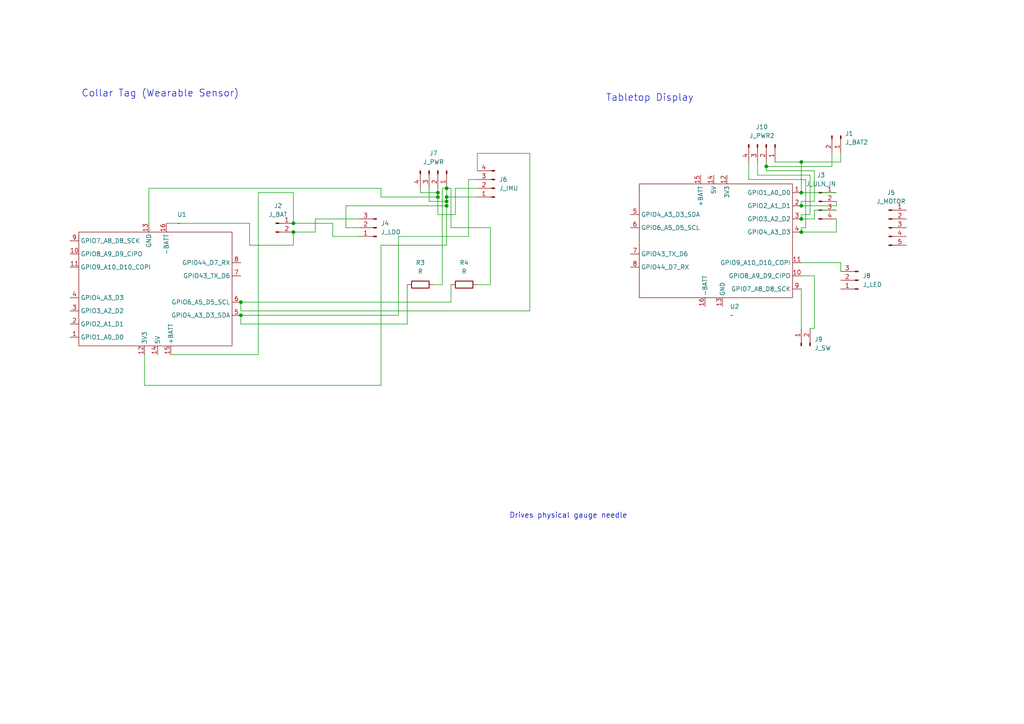
<source format=kicad_sch>
(kicad_sch (version 20250114) (generator "eeschema") (generator_version "9.0")
  (paper "A4")
  (title_block (title "Pet Activity & Proximity Tracker") (rev "v0.1(draft)") (company "TECHIN514"))
  (lib_symbols
    (symbol "Conn_01x02_Pin_1" (pin_names (offset 1.016) (hide yes))
      (property "Reference" "J1" (at 0.635 5.08 0))
      (property "Value" "J_BAT2" (at 0.635 2.54 0))
      (symbol "Conn_01x02_Pin_1_1_1"
        (rectangle (start 0.8636 0.127) (end 0 -0.127) (stroke (width 0.1524)) (fill (type outline)))
        (rectangle (start 0.8636 -2.413) (end 0 -2.667) (stroke (width 0.1524)) (fill (type outline)))
        (polyline (pts (xy 1.27 0) (xy 0.8636 0)) (stroke (width 0.1524)))
        (polyline (pts (xy 1.27 -2.54) (xy 0.8636 -2.54)) (stroke (width 0.1524)))
        (pin passive line (at 5.08 0 180) (length 3.81) (name "VBAT_5V") (number "1"))
        (pin passive line (at 5.08 -2.54 180) (length 3.81) (name "GND") (number "2"))
      )
    )
    (symbol "Conn_01x02_Pin_2" (pin_names (offset 1.016) (hide yes))
      (property "Reference" "J9" (at 0.635 5.08 0))
      (property "Value" "J_SW" (at 0.635 2.54 0))
      (symbol "Conn_01x02_Pin_2_1_1"
        (rectangle (start 0.8636 0.127) (end 0 -0.127) (stroke (width 0.1524)) (fill (type outline)))
        (rectangle (start 0.8636 -2.413) (end 0 -2.667) (stroke (width 0.1524)) (fill (type outline)))
        (polyline (pts (xy 1.27 0) (xy 0.8636 0)) (stroke (width 0.1524)))
        (polyline (pts (xy 1.27 -2.54) (xy 0.8636 -2.54)) (stroke (width 0.1524)))
        (pin passive line (at 5.08 0 180) (length 3.81) (name "BTN") (number "1"))
        (pin passive line (at 5.08 -2.54 180) (length 3.81) (name "Pin_2") (number "2"))
      )
    )
    (symbol "Conn_01x03_Pin_1" (pin_names (offset 1.016) (hide yes))
      (property "Reference" "J8" (at 0.635 7.62 0))
      (property "Value" "J_LED" (at 0.635 5.08 0))
      (symbol "Conn_01x03_Pin_1_1_1"
        (rectangle (start 0.8636 2.667) (end 0 2.413) (stroke (width 0.1524)) (fill (type outline)))
        (rectangle (start 0.8636 0.127) (end 0 -0.127) (stroke (width 0.1524)) (fill (type outline)))
        (rectangle (start 0.8636 -2.413) (end 0 -2.667) (stroke (width 0.1524)) (fill (type outline)))
        (polyline (pts (xy 1.27 2.54) (xy 0.8636 2.54)) (stroke (width 0.1524)))
        (polyline (pts (xy 1.27 0) (xy 0.8636 0)) (stroke (width 0.1524)))
        (polyline (pts (xy 1.27 -2.54) (xy 0.8636 -2.54)) (stroke (width 0.1524)))
        (pin passive line (at 5.08 2.54 180) (length 3.81) (name "V_LED") (number "1"))
        (pin passive line (at 5.08 0 180) (length 3.81) (name "GND") (number "2"))
        (pin passive line (at 5.08 -2.54 180) (length 3.81) (name "LED_DIN") (number "3"))
      )
    )
    (symbol "Conn_01x04_Pin_1" (pin_names (offset 1.016) (hide yes))
      (property "Reference" "J6" (at -1.27 -2.5401 0))
      (property "Value" "Conn_01x04_Pin" (at -1.27 -0.0001 0))
      (symbol "Conn_01x04_Pin_1_1_1"
        (rectangle (start 0.8636 2.667) (end 0 2.413) (stroke (width 0.1524)) (fill (type outline)))
        (rectangle (start 0.8636 0.127) (end 0 -0.127) (stroke (width 0.1524)) (fill (type outline)))
        (rectangle (start 0.8636 -2.413) (end 0 -2.667) (stroke (width 0.1524)) (fill (type outline)))
        (rectangle (start 0.8636 -4.953) (end 0 -5.207) (stroke (width 0.1524)) (fill (type outline)))
        (polyline (pts (xy 1.27 2.54) (xy 0.8636 2.54)) (stroke (width 0.1524)))
        (polyline (pts (xy 1.27 0) (xy 0.8636 0)) (stroke (width 0.1524)))
        (polyline (pts (xy 1.27 -2.54) (xy 0.8636 -2.54)) (stroke (width 0.1524)))
        (polyline (pts (xy 1.27 -5.08) (xy 0.8636 -5.08)) (stroke (width 0.1524)))
        (pin passive line (at 5.08 2.54 180) (length 3.81) (name "3V3") (number "1"))
        (pin passive line (at 5.08 0 180) (length 3.81) (name "GND") (number "2"))
        (pin passive line (at 5.08 -2.54 180) (length 3.81) (name "SDA") (number "3"))
        (pin passive line (at 5.08 -5.08 180) (length 3.81) (name "SCL") (number "4"))
      )
    )
    (symbol "Conn_01x04_Pin_2" (pin_names (offset 1.016) (hide yes))
      (property "Reference" "J7" (at -5.08 -1.27 90))
      (property "Value" "J_PWR" (at -2.54 -1.27 90))
      (symbol "Conn_01x04_Pin_2_1_1"
        (rectangle (start 0.8636 2.667) (end 0 2.413) (stroke (width 0.1524)) (fill (type outline)))
        (rectangle (start 0.8636 0.127) (end 0 -0.127) (stroke (width 0.1524)) (fill (type outline)))
        (rectangle (start 0.8636 -2.413) (end 0 -2.667) (stroke (width 0.1524)) (fill (type outline)))
        (rectangle (start 0.8636 -4.953) (end 0 -5.207) (stroke (width 0.1524)) (fill (type outline)))
        (polyline (pts (xy 1.27 2.54) (xy 0.8636 2.54)) (stroke (width 0.1524)))
        (polyline (pts (xy 1.27 0) (xy 0.8636 0)) (stroke (width 0.1524)))
        (polyline (pts (xy 1.27 -2.54) (xy 0.8636 -2.54)) (stroke (width 0.1524)))
        (polyline (pts (xy 1.27 -5.08) (xy 0.8636 -5.08)) (stroke (width 0.1524)))
        (pin passive line (at 5.08 2.54 180) (length 3.81) (name "3V3") (number "1"))
        (pin passive line (at 5.08 0 180) (length 3.81) (name "GND") (number "2"))
        (pin passive line (at 5.08 -2.54 180) (length 3.81) (name "3V3") (number "3"))
        (pin passive line (at 5.08 -5.08 180) (length 3.81) (name "GND") (number "4"))
      )
    )
    (symbol "Conn_01x04_Pin_3" (pin_names (offset 1.016) (hide yes))
      (property "Reference" "J10" (at 0.635 7.62 0))
      (property "Value" "J_PWR2" (at 0.635 5.08 0))
      (symbol "Conn_01x04_Pin_3_1_1"
        (rectangle (start 0.8636 2.667) (end 0 2.413) (stroke (width 0.1524)) (fill (type outline)))
        (rectangle (start 0.8636 0.127) (end 0 -0.127) (stroke (width 0.1524)) (fill (type outline)))
        (rectangle (start 0.8636 -2.413) (end 0 -2.667) (stroke (width 0.1524)) (fill (type outline)))
        (rectangle (start 0.8636 -4.953) (end 0 -5.207) (stroke (width 0.1524)) (fill (type outline)))
        (polyline (pts (xy 1.27 2.54) (xy 0.8636 2.54)) (stroke (width 0.1524)))
        (polyline (pts (xy 1.27 0) (xy 0.8636 0)) (stroke (width 0.1524)))
        (polyline (pts (xy 1.27 -2.54) (xy 0.8636 -2.54)) (stroke (width 0.1524)))
        (polyline (pts (xy 1.27 -5.08) (xy 0.8636 -5.08)) (stroke (width 0.1524)))
        (pin passive line (at 5.08 2.54 180) (length 3.81) (name "3V3") (number "1"))
        (pin passive line (at 5.08 0 180) (length 3.81) (name "GND") (number "2"))
        (pin passive line (at 5.08 -2.54 180) (length 3.81) (name "3V3") (number "3"))
        (pin passive line (at 5.08 -5.08 180) (length 3.81) (name "GND") (number "4"))
      )
    )
    (symbol "Connector:Conn_01x02_Pin" (pin_names (offset 1.016) (hide yes))
      (property "Reference" "J2" (at 0.635 5.08 0))
      (property "Value" "J_BAT" (at 0.635 2.54 0))
      (symbol "Conn_01x02_Pin_1_1"
        (rectangle (start 0.8636 0.127) (end 0 -0.127) (stroke (width 0.1524)) (fill (type outline)))
        (rectangle (start 0.8636 -2.413) (end 0 -2.667) (stroke (width 0.1524)) (fill (type outline)))
        (polyline (pts (xy 1.27 0) (xy 0.8636 0)) (stroke (width 0.1524)))
        (polyline (pts (xy 1.27 -2.54) (xy 0.8636 -2.54)) (stroke (width 0.1524)))
        (pin passive line (at 5.08 0 180) (length 3.81) (name "VBAT") (number "1"))
        (pin passive line (at 5.08 -2.54 180) (length 3.81) (name "GND") (number "2"))
      )
    )
    (symbol "Connector:Conn_01x03_Pin" (pin_names (offset 1.016) (hide yes))
      (property "Reference" "J4" (at -1.27 -1.2701 0))
      (property "Value" "J_LDO" (at -1.27 1.2699 0))
      (symbol "Conn_01x03_Pin_1_1"
        (rectangle (start 0.8636 2.667) (end 0 2.413) (stroke (width 0.1524)) (fill (type outline)))
        (rectangle (start 0.8636 0.127) (end 0 -0.127) (stroke (width 0.1524)) (fill (type outline)))
        (rectangle (start 0.8636 -2.413) (end 0 -2.667) (stroke (width 0.1524)) (fill (type outline)))
        (polyline (pts (xy 1.27 2.54) (xy 0.8636 2.54)) (stroke (width 0.1524)))
        (polyline (pts (xy 1.27 0) (xy 0.8636 0)) (stroke (width 0.1524)))
        (polyline (pts (xy 1.27 -2.54) (xy 0.8636 -2.54)) (stroke (width 0.1524)))
        (pin passive line (at 5.08 2.54 180) (length 3.81) (name "VBAT") (number "1"))
        (pin passive line (at 5.08 0 180) (length 3.81) (name "3V3") (number "2"))
        (pin passive line (at 5.08 -2.54 180) (length 3.81) (name "GND") (number "3"))
      )
    )
    (symbol "Connector:Conn_01x04_Pin" (pin_names (offset 1.016) (hide yes))
      (property "Reference" "J3" (at 0.635 7.62 0))
      (property "Value" "J_ULN_IN" (at 0.635 5.08 0))
      (symbol "Conn_01x04_Pin_1_1"
        (rectangle (start 0.8636 2.667) (end 0 2.413) (stroke (width 0.1524)) (fill (type outline)))
        (rectangle (start 0.8636 0.127) (end 0 -0.127) (stroke (width 0.1524)) (fill (type outline)))
        (rectangle (start 0.8636 -2.413) (end 0 -2.667) (stroke (width 0.1524)) (fill (type outline)))
        (rectangle (start 0.8636 -4.953) (end 0 -5.207) (stroke (width 0.1524)) (fill (type outline)))
        (polyline (pts (xy 1.27 2.54) (xy 0.8636 2.54)) (stroke (width 0.1524)))
        (polyline (pts (xy 1.27 0) (xy 0.8636 0)) (stroke (width 0.1524)))
        (polyline (pts (xy 1.27 -2.54) (xy 0.8636 -2.54)) (stroke (width 0.1524)))
        (polyline (pts (xy 1.27 -5.08) (xy 0.8636 -5.08)) (stroke (width 0.1524)))
        (pin passive line (at 5.08 2.54 180) (length 3.81) (name "MOTOR_IN1") (number "1"))
        (pin passive line (at 5.08 0 180) (length 3.81) (name "MOTOR_IN2") (number "2"))
        (pin passive line (at 5.08 -2.54 180) (length 3.81) (name "MOTOR_IN3") (number "3"))
        (pin passive line (at 5.08 -5.08 180) (length 3.81) (name "Pin_4") (number "4"))
      )
    )
    (symbol "Connector:Conn_01x05_Pin" (pin_names (offset 1.016) (hide yes))
      (property "Reference" "J5" (at 0.635 10.16 0))
      (property "Value" "J_MOTOR" (at 0.635 7.62 0))
      (symbol "Conn_01x05_Pin_1_1"
        (rectangle (start 0.8636 5.207) (end 0 4.953) (stroke (width 0.1524)) (fill (type outline)))
        (rectangle (start 0.8636 2.667) (end 0 2.413) (stroke (width 0.1524)) (fill (type outline)))
        (rectangle (start 0.8636 0.127) (end 0 -0.127) (stroke (width 0.1524)) (fill (type outline)))
        (rectangle (start 0.8636 -2.413) (end 0 -2.667) (stroke (width 0.1524)) (fill (type outline)))
        (rectangle (start 0.8636 -4.953) (end 0 -5.207) (stroke (width 0.1524)) (fill (type outline)))
        (polyline (pts (xy 1.27 5.08) (xy 0.8636 5.08)) (stroke (width 0.1524)))
        (polyline (pts (xy 1.27 2.54) (xy 0.8636 2.54)) (stroke (width 0.1524)))
        (polyline (pts (xy 1.27 0) (xy 0.8636 0)) (stroke (width 0.1524)))
        (polyline (pts (xy 1.27 -2.54) (xy 0.8636 -2.54)) (stroke (width 0.1524)))
        (polyline (pts (xy 1.27 -5.08) (xy 0.8636 -5.08)) (stroke (width 0.1524)))
        (pin passive line (at 5.08 5.08 180) (length 3.81) (name "COIL_A") (number "1"))
        (pin passive line (at 5.08 2.54 180) (length 3.81) (name "COIL_B") (number "2"))
        (pin passive line (at 5.08 0 180) (length 3.81) (name "COIL_C") (number "3"))
        (pin passive line (at 5.08 -2.54 180) (length 3.81) (name "COIL_D") (number "4"))
        (pin passive line (at 5.08 -5.08 180) (length 3.81) (name "V_MOTOR") (number "5"))
      )
    )
    (symbol "Device:R" (pin_numbers (hide yes)) (pin_names (offset 0))
      (property "Reference" "R" (at 2.032 0 90))
      (property "Value" "R" (at 0 0 90))
      (symbol "R_0_1"
        (rectangle (start -1.016 -2.54) (end 1.016 2.54) (stroke (width 0.254)))
      )
      (symbol "R_1_1"
        (pin passive line (at 0 3.81 270) (length 1.27) (name "~") (number "1"))
        (pin passive line (at 0 -3.81 90) (length 1.27) (name "~") (number "2"))
      )
    )
    (symbol "GIX_ESP32:XIAO_ESP32"
      (property "Reference" "U" (at -19.812 18.288 0))
      (symbol "XIAO_ESP32_0_1"
        (polyline (pts (xy -21.59 16.51) (xy -21.59 -16.51) (xy 22.86 -16.51) (xy 22.86 16.51) (xy -21.59 16.51)))
      )
      (symbol "XIAO_ESP32_1_1"
        (pin bidirectional line (at -24.13 7.62 0) (length 2.54) (name "GPIO4_A3_D3_SDA") (number "5"))
        (pin bidirectional line (at -24.13 3.81 0) (length 2.54) (name "GPIO6_A5_D5_SCL") (number "6"))
        (pin bidirectional line (at -24.13 -3.81 0) (length 2.54) (name "GPIO43_TX_D6") (number "7"))
        (pin bidirectional line (at -24.13 -7.62 0) (length 2.54) (name "GPIO44_D7_RX") (number "8"))
        (pin bidirectional line (at -3.81 19.05 270) (length 2.54) (name "+BATT") (number "15"))
        (pin bidirectional line (at -2.54 -19.05 90) (length 2.54) (name "-BATT") (number "16"))
        (pin bidirectional line (at 0 19.05 270) (length 2.54) (name "5V") (number "14"))
        (pin bidirectional line (at 2.54 -19.05 90) (length 2.54) (name "GND") (number "13"))
        (pin bidirectional line (at 3.81 19.05 270) (length 2.54) (name "3V3") (number "12"))
        (pin bidirectional line (at 25.4 13.97 180) (length 2.54) (name "GPIO1_A0_D0") (number "1"))
        (pin bidirectional line (at 25.4 10.16 180) (length 2.54) (name "GPIO2_A1_D1") (number "2"))
        (pin bidirectional line (at 25.4 6.35 180) (length 2.54) (name "GPIO3_A2_D2") (number "3"))
        (pin bidirectional line (at 25.4 2.54 180) (length 2.54) (name "GPIO4_A3_D3") (number "4"))
        (pin bidirectional line (at 25.4 -6.35 180) (length 2.54) (name "GPIO9_A10_D10_COPI") (number "11"))
        (pin bidirectional line (at 25.4 -10.16 180) (length 2.54) (name "GPIO8_A9_D9_CIPO") (number "10"))
        (pin bidirectional line (at 25.4 -13.97 180) (length 2.54) (name "GPIO7_A8_D8_SCK") (number "9"))
      )
    )
  )
  (text "Tabletop Display" (at 188.468 28.448 0) (effects (font (size 2.032 2.032))))
  (text "Collar Tag (Wearable Sensor)" (at 46.482 27.178 0) (effects (font (size 2.032 2.032))))
  (text "Drives physical gauge needle" (at 164.846 149.606 0) (effects (font (size 1.524 1.524))))
  (junction (at 69.85 87.63))
  (junction (at 85.09 64.77))
  (junction (at 127 57.15))
  (junction (at 69.85 91.44))
  (junction (at 129.54 57.15))
  (junction (at 222.25 48.26))
  (junction (at 232.41 55.88))
  (junction (at 232.41 59.69))
  (junction (at 129.54 59.69))
  (junction (at 129.54 54.61))
  (junction (at 127 55.88))
  (junction (at 232.41 67.31))
  (junction (at 85.09 67.31))
  (junction (at 232.41 46.99))
  (junction (at 232.41 63.5))
  (junction (at 129.54 58.42))
  (wire (pts (xy 222.25 46.99) (xy 222.25 48.26)))
  (wire (pts (xy 242.57 67.31) (xy 242.57 63.5)))
  (wire (pts (xy 232.41 46.99) (xy 243.84 46.99)))
  (wire (pts (xy 129.54 58.42) (xy 124.46 58.42)))
  (wire (pts (xy 130.81 87.63) (xy 130.81 82.55)))
  (wire (pts (xy 138.43 44.45) (xy 138.43 49.53)))
  (wire (pts (xy 118.11 93.98) (xy 118.11 82.55)))
  (wire (pts (xy 130.81 54.61) (xy 129.54 54.61)))
  (wire (pts (xy 129.54 57.15) (xy 129.54 58.42)))
  (wire (pts (xy 130.81 66.04) (xy 130.81 54.61)))
  (wire (pts (xy 72.39 71.12) (xy 85.09 71.12)))
  (wire (pts (xy 232.41 76.2) (xy 243.84 76.2)))
  (wire (pts (xy 142.24 82.55) (xy 142.24 66.04)))
  (wire (pts (xy 72.39 64.77) (xy 72.39 71.12)))
  (wire (pts (xy 232.41 46.99) (xy 232.41 55.88)))
  (wire (pts (xy 121.92 55.88) (xy 121.92 54.61)))
  (wire (pts (xy 43.18 64.77) (xy 43.18 54.61)))
  (wire (pts (xy 236.22 49.53) (xy 236.22 58.42)))
  (wire (pts (xy 236.22 95.25) (xy 234.95 95.25)))
  (wire (pts (xy 232.41 62.23) (xy 232.41 63.5)))
  (wire (pts (xy 69.85 87.63) (xy 69.85 90.17)))
  (wire (pts (xy 234.95 62.23) (xy 232.41 62.23)))
  (wire (pts (xy 232.41 58.42) (xy 232.41 59.69)))
  (wire (pts (xy 224.79 46.99) (xy 232.41 46.99)))
  (wire (pts (xy 236.22 63.5) (xy 236.22 60.96)))
  (wire (pts (xy 232.41 80.01) (xy 236.22 80.01)))
  (wire (pts (xy 41.91 111.76) (xy 110.49 111.76)))
  (wire (pts (xy 127 57.15) (xy 127 62.23)))
  (wire (pts (xy 115.57 68.58) (xy 135.89 68.58)))
  (wire (pts (xy 49.53 102.87) (xy 74.93 102.87)))
  (wire (pts (xy 153.67 44.45) (xy 138.43 44.45)))
  (wire (pts (xy 110.49 111.76) (xy 110.49 71.12)))
  (wire (pts (xy 100.33 66.04) (xy 100.33 59.69)))
  (wire (pts (xy 127 55.88) (xy 121.92 55.88)))
  (wire (pts (xy 110.49 71.12) (xy 129.54 71.12)))
  (wire (pts (xy 236.22 58.42) (xy 232.41 58.42)))
  (wire (pts (xy 125.73 82.55) (xy 128.27 82.55)))
  (wire (pts (xy 233.68 66.04) (xy 232.41 66.04)))
  (wire (pts (xy 242.57 59.69) (xy 242.57 58.42)))
  (wire (pts (xy 138.43 82.55) (xy 142.24 82.55)))
  (wire (pts (xy 243.84 76.2) (xy 243.84 78.74)))
  (wire (pts (xy 232.41 59.69) (xy 242.57 59.69)))
  (wire (pts (xy 85.09 55.88) (xy 85.09 64.77)))
  (wire (pts (xy 222.25 48.26) (xy 241.3 48.26)))
  (wire (pts (xy 132.08 62.23) (xy 127 62.23)))
  (wire (pts (xy 128.27 54.61) (xy 129.54 54.61)))
  (wire (pts (xy 232.41 55.88) (xy 242.57 55.88)))
  (wire (pts (xy 135.89 52.07) (xy 138.43 52.07)))
  (wire (pts (xy 232.41 83.82) (xy 232.41 95.25)))
  (wire (pts (xy 69.85 91.44) (xy 115.57 91.44)))
  (wire (pts (xy 96.52 64.77) (xy 96.52 68.58)))
  (wire (pts (xy 236.22 80.01) (xy 236.22 95.25)))
  (wire (pts (xy 129.54 59.69) (xy 129.54 71.12)))
  (wire (pts (xy 135.89 68.58) (xy 135.89 52.07)))
  (wire (pts (xy 110.49 54.61) (xy 110.49 57.15)))
  (wire (pts (xy 74.93 102.87) (xy 74.93 55.88)))
  (wire (pts (xy 124.46 58.42) (xy 124.46 54.61)))
  (wire (pts (xy 85.09 64.77) (xy 96.52 64.77)))
  (wire (pts (xy 142.24 66.04) (xy 130.81 66.04)))
  (wire (pts (xy 132.08 54.61) (xy 132.08 62.23)))
  (wire (pts (xy 69.85 93.98) (xy 69.85 91.44)))
  (wire (pts (xy 243.84 46.99) (xy 243.84 44.45)))
  (wire (pts (xy 85.09 67.31) (xy 85.09 71.12)))
  (wire (pts (xy 104.14 66.04) (xy 100.33 66.04)))
  (wire (pts (xy 74.93 55.88) (xy 85.09 55.88)))
  (wire (pts (xy 100.33 59.69) (xy 129.54 59.69)))
  (wire (pts (xy 219.71 50.8) (xy 234.95 50.8)))
  (wire (pts (xy 236.22 60.96) (xy 242.57 60.96)))
  (wire (pts (xy 234.95 50.8) (xy 234.95 62.23)))
  (wire (pts (xy 41.91 102.87) (xy 41.91 111.76)))
  (wire (pts (xy 241.3 48.26) (xy 241.3 44.45)))
  (wire (pts (xy 96.52 68.58) (xy 104.14 68.58)))
  (wire (pts (xy 110.49 57.15) (xy 127 57.15)))
  (wire (pts (xy 138.43 54.61) (xy 132.08 54.61)))
  (wire (pts (xy 222.25 48.26) (xy 222.25 49.53)))
  (wire (pts (xy 69.85 93.98) (xy 118.11 93.98)))
  (wire (pts (xy 48.26 64.77) (xy 72.39 64.77)))
  (wire (pts (xy 69.85 87.63) (xy 130.81 87.63)))
  (wire (pts (xy 232.41 66.04) (xy 232.41 67.31)))
  (wire (pts (xy 222.25 49.53) (xy 236.22 49.53)))
  (wire (pts (xy 43.18 54.61) (xy 110.49 54.61)))
  (wire (pts (xy 129.54 54.61) (xy 129.54 57.15)))
  (wire (pts (xy 85.09 67.31) (xy 91.44 67.31)))
  (wire (pts (xy 69.85 90.17) (xy 153.67 90.17)))
  (wire (pts (xy 219.71 46.99) (xy 219.71 50.8)))
  (wire (pts (xy 232.41 63.5) (xy 236.22 63.5)))
  (wire (pts (xy 217.17 46.99) (xy 217.17 52.07)))
  (wire (pts (xy 128.27 82.55) (xy 128.27 54.61)))
  (wire (pts (xy 129.54 58.42) (xy 129.54 59.69)))
  (wire (pts (xy 127 55.88) (xy 127 57.15)))
  (wire (pts (xy 232.41 67.31) (xy 242.57 67.31)))
  (wire (pts (xy 233.68 52.07) (xy 233.68 66.04)))
  (wire (pts (xy 91.44 67.31) (xy 91.44 63.5)))
  (wire (pts (xy 153.67 90.17) (xy 153.67 44.45)))
  (wire (pts (xy 91.44 63.5) (xy 104.14 63.5)))
  (wire (pts (xy 138.43 57.15) (xy 129.54 57.15)))
  (wire (pts (xy 217.17 52.07) (xy 233.68 52.07)))
  (wire (pts (xy 115.57 91.44) (xy 115.57 68.58)))
  (wire (pts (xy 127 55.88) (xy 127 54.61)))
  (symbol (lib_name "Conn_01x04_Pin_3") (lib_id "Connector:Conn_01x04_Pin") (at 222.25 41.91 270) (unit 1)
    (property "Reference" "J10" (at 220.98 36.83 90))
    (property "Value" "J_PWR2" (at 220.98 39.37 90))
    (property "Footprint" "Connector_PinHeader_2.54mm:PinHeader_1x04_P2.54mm_Vertical" (effects (hide yes)))
    (property "Description" "Generic connector, single row, 01x04, script generated" (effects (hide yes)))
  )
  (symbol (lib_name "Conn_01x03_Pin_1") (lib_id "Connector:Conn_01x03_Pin") (at 248.92 81.28 180) (unit 1)
    (property "Reference" "J8" (at 250.19 80.0099 0) (effects (justify right)))
    (property "Value" "J_LED" (at 250.19 82.5499 0) (effects (justify right)))
    (property "Footprint" "Connector_PinHeader_2.54mm:PinHeader_1x03_P2.54mm_Vertical" (effects (hide yes)))
    (property "Description" "Generic connector, single row, 01x03, script generated" (effects (hide yes)))
  )
  (symbol (lib_id "Connector:Conn_01x05_Pin") (at 257.81 66.04 0) (unit 1)
    (property "Reference" "J5" (at 258.445 55.88 0))
    (property "Value" "J_MOTOR" (at 258.445 58.42 0))
    (property "Footprint" "Connector_PinHeader_2.54mm:PinHeader_1x05_P2.54mm_Vertical" (effects (hide yes)))
    (property "Description" "Generic connector, single row, 01x05, script generated" (effects (hide yes)))
  )
  (symbol (lib_name "Conn_01x04_Pin_1") (lib_id "Connector:Conn_01x04_Pin") (at 143.51 54.61 180) (unit 1)
    (property "Reference" "J6" (at 144.78 52.0699 0) (effects (justify right)))
    (property "Value" "J_IMU" (at 144.78 54.6099 0) (effects (justify right)))
    (property "Footprint" "Connector_PinHeader_2.54mm:PinHeader_1x04_P2.54mm_Vertical" (effects (hide yes)))
    (property "Description" "Generic connector, single row, 01x04, script generated" (effects (hide yes)))
  )
  (symbol (lib_id "Connector:Conn_01x04_Pin") (at 237.49 58.42 0) (unit 1)
    (property "Reference" "J3" (at 238.125 50.8 0))
    (property "Value" "J_ULN_IN" (at 238.125 53.34 0))
    (property "Footprint" "Connector_PinHeader_2.54mm:PinHeader_1x04_P2.54mm_Vertical" (effects (hide yes)))
    (property "Description" "Generic connector, single row, 01x04, script generated" (effects (hide yes)))
  )
  (symbol (lib_id "GIX_ESP32:XIAO_ESP32") (at 207.01 69.85 0) (unit 1)
    (property "Reference" "U2" (at 211.6933 88.9 0) (effects (justify left)))
    (property "Value" "~" (at 211.6933 91.44 0) (effects (justify left)))
    (property "Footprint" "ESP32footprint:XIAO_ESP32" (effects (hide yes)))
  )
  (symbol (lib_name "Conn_01x02_Pin_2") (lib_id "Connector:Conn_01x02_Pin") (at 232.41 100.33 90) (unit 1)
    (property "Reference" "J9" (at 236.22 98.4249 90) (effects (justify right)))
    (property "Value" "J_SW" (at 236.22 100.9649 90) (effects (justify right)))
    (property "Footprint" "Connector_PinHeader_2.54mm:PinHeader_1x02_P2.54mm_Vertical" (effects (hide yes)))
    (property "Description" "Generic connector, single row, 01x02, script generated" (effects (hide yes)))
  )
  (symbol (lib_name "Conn_01x04_Pin_2") (lib_id "Connector:Conn_01x04_Pin") (at 127 49.53 270) (unit 1)
    (property "Reference" "J7" (at 125.73 44.45 90))
    (property "Value" "J_PWR" (at 125.73 46.99 90))
    (property "Footprint" "Connector_PinHeader_2.54mm:PinHeader_1x02_P2.54mm_Vertical" (effects (hide yes)))
    (property "Description" "Generic connector, single row, 01x04, script generated" (effects (hide yes)))
  )
  (symbol (lib_id "GIX_ESP32:XIAO_ESP32") (at 45.72 83.82 180) (unit 1)
    (property "Reference" "U1" (at 51.3781 62.23 0) (effects (justify right)))
    (property "Value" "~" (at 51.3781 64.77 0) (effects (justify right)))
    (property "Footprint" "ESP32footprint:XIAO_ESP32" (effects (hide yes)))
  )
  (symbol (lib_name "Conn_01x02_Pin_1") (lib_id "Connector:Conn_01x02_Pin") (at 243.84 39.37 270) (unit 1)
    (property "Reference" "J1" (at 245.11 38.7349 90) (effects (justify left)))
    (property "Value" "J_BAT2" (at 245.11 41.2749 90) (effects (justify left)))
    (property "Footprint" "Connector_PinHeader_2.54mm:PinHeader_1x02_P2.54mm_Vertical" (effects (hide yes)))
    (property "Description" "Generic connector, single row, 01x02, script generated" (effects (hide yes)))
  )
  (symbol (lib_id "Device:R") (at 134.62 82.55 90) (unit 1)
    (property "Reference" "R4" (at 134.62 76.2 90))
    (property "Value" "R" (at 134.62 78.74 90))
    (property "Footprint" "Resistor_THT:R_Axial_DIN0207_L6.3mm_D2.5mm_P7.62mm_Horizontal" (effects (hide yes)))
    (property "Description" "Resistor" (effects (hide yes)))
  )
  (symbol (lib_id "Device:R") (at 121.92 82.55 90) (unit 1)
    (property "Reference" "R3" (at 121.92 76.2 90))
    (property "Value" "R" (at 121.92 78.74 90))
    (property "Footprint" "Resistor_THT:R_Axial_DIN0207_L6.3mm_D2.5mm_P7.62mm_Horizontal" (effects (hide yes)))
    (property "Description" "Resistor" (effects (hide yes)))
  )
  (symbol (lib_id "Connector:Conn_01x02_Pin") (at 80.01 64.77 0) (unit 1)
    (property "Reference" "J2" (at 80.645 59.69 0))
    (property "Value" "J_BAT" (at 80.645 62.23 0))
    (property "Footprint" "Connector_PinHeader_2.54mm:PinHeader_1x02_P2.54mm_Vertical" (effects (hide yes)))
    (property "Description" "Generic connector, single row, 01x02, script generated" (effects (hide yes)))
  )
  (symbol (lib_id "Connector:Conn_01x03_Pin") (at 109.22 66.04 180) (unit 1)
    (property "Reference" "J4" (at 110.49 64.7699 0) (effects (justify right)))
    (property "Value" "J_LDO" (at 110.49 67.3099 0) (effects (justify right)))
    (property "Footprint" "Connector_PinHeader_2.54mm:PinHeader_1x02_P2.54mm_Vertical" (effects (hide yes)))
    (property "Description" "Generic connector, single row, 01x03, script generated" (effects (hide yes)))
  )
)
</source>
